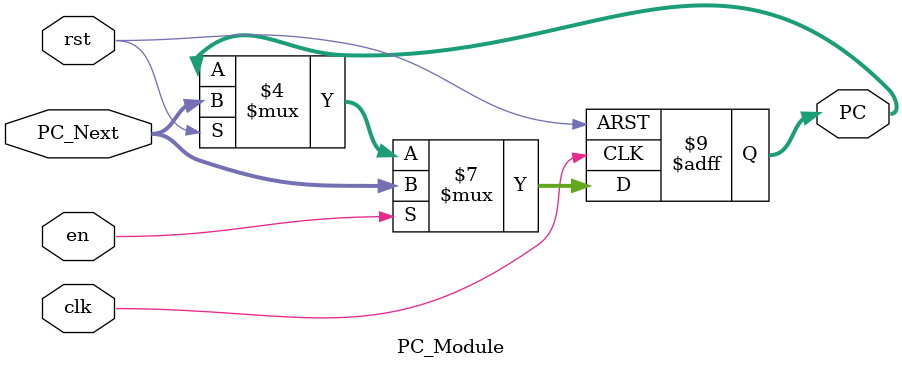
<source format=v>
`timescale 1ns / 1ps

module PC_Module(
    input clk,rst,en,
    input [31:0]PC_Next,
    output reg [31:0] PC);
    
   

    always @(posedge clk or negedge rst)
    begin
        if(rst == 1'b0)
        begin
            PC <= 32'h00000000;
        end    
        else if(en)
        begin
            PC <= PC_Next;
        end
        else if(rst == 1'b1)
        begin
          PC <= PC_Next;
        end    
    end
endmodule
</source>
